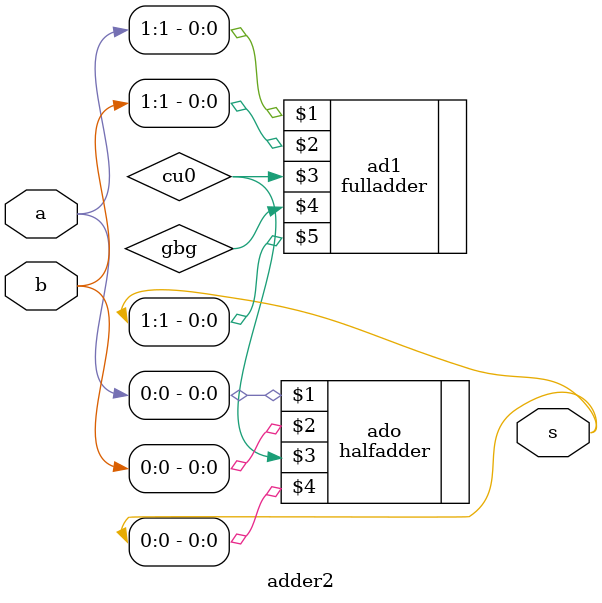
<source format=sv>
module adder2(
	input  logic [1:0]a,b,
	output logic [1:0]s
);
	wire cu0;
	wire gbg;
	halfadder ado(a[0],b[0],cu0,s[0]);
	fulladder ad1(a[1],b[1],cu0,gbg,s[1]);

endmodule

</source>
